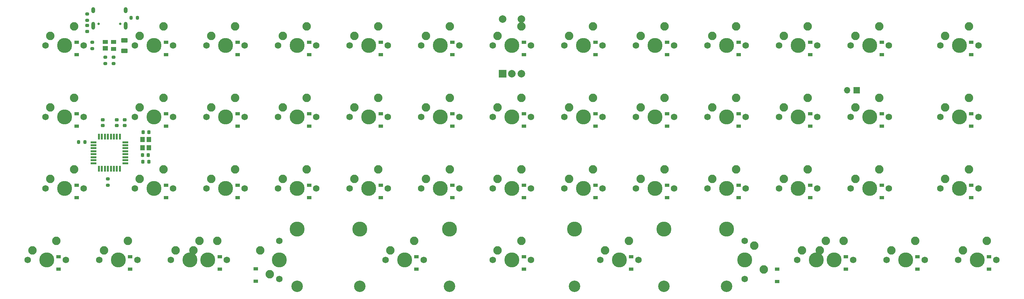
<source format=gbr>
%TF.GenerationSoftware,KiCad,Pcbnew,(5.99.0-11145-g173c9a974c)*%
%TF.CreationDate,2021-07-13T22:54:01-07:00*%
%TF.ProjectId,40r7h0,34307237-6830-42e6-9b69-6361645f7063,rev?*%
%TF.SameCoordinates,Original*%
%TF.FileFunction,Soldermask,Bot*%
%TF.FilePolarity,Negative*%
%FSLAX46Y46*%
G04 Gerber Fmt 4.6, Leading zero omitted, Abs format (unit mm)*
G04 Created by KiCad (PCBNEW (5.99.0-11145-g173c9a974c)) date 2021-07-13 22:54:01*
%MOMM*%
%LPD*%
G01*
G04 APERTURE LIST*
G04 Aperture macros list*
%AMRoundRect*
0 Rectangle with rounded corners*
0 $1 Rounding radius*
0 $2 $3 $4 $5 $6 $7 $8 $9 X,Y pos of 4 corners*
0 Add a 4 corners polygon primitive as box body*
4,1,4,$2,$3,$4,$5,$6,$7,$8,$9,$2,$3,0*
0 Add four circle primitives for the rounded corners*
1,1,$1+$1,$2,$3*
1,1,$1+$1,$4,$5*
1,1,$1+$1,$6,$7*
1,1,$1+$1,$8,$9*
0 Add four rect primitives between the rounded corners*
20,1,$1+$1,$2,$3,$4,$5,0*
20,1,$1+$1,$4,$5,$6,$7,0*
20,1,$1+$1,$6,$7,$8,$9,0*
20,1,$1+$1,$8,$9,$2,$3,0*%
G04 Aperture macros list end*
%ADD10C,1.750000*%
%ADD11C,3.987800*%
%ADD12C,2.250000*%
%ADD13C,3.048000*%
%ADD14R,2.000000X2.000000*%
%ADD15C,2.000000*%
%ADD16C,0.650000*%
%ADD17O,1.000000X1.600000*%
%ADD18O,1.000000X2.100000*%
%ADD19R,1.200000X0.900000*%
%ADD20R,1.700000X1.700000*%
%ADD21O,1.700000X1.700000*%
%ADD22RoundRect,0.225000X0.225000X0.250000X-0.225000X0.250000X-0.225000X-0.250000X0.225000X-0.250000X0*%
%ADD23RoundRect,0.200000X0.275000X-0.200000X0.275000X0.200000X-0.275000X0.200000X-0.275000X-0.200000X0*%
%ADD24RoundRect,0.225000X0.250000X-0.225000X0.250000X0.225000X-0.250000X0.225000X-0.250000X-0.225000X0*%
%ADD25RoundRect,0.200000X-0.275000X0.200000X-0.275000X-0.200000X0.275000X-0.200000X0.275000X0.200000X0*%
%ADD26R,1.600000X0.550000*%
%ADD27R,0.550000X1.600000*%
%ADD28RoundRect,0.200000X-0.200000X-0.275000X0.200000X-0.275000X0.200000X0.275000X-0.200000X0.275000X0*%
%ADD29R,1.200000X1.400000*%
%ADD30R,1.400000X1.200000*%
%ADD31R,1.400000X1.000000*%
%ADD32RoundRect,0.250000X0.625000X-0.375000X0.625000X0.375000X-0.625000X0.375000X-0.625000X-0.375000X0*%
%ADD33RoundRect,0.225000X-0.225000X-0.250000X0.225000X-0.250000X0.225000X0.250000X-0.225000X0.250000X0*%
G04 APERTURE END LIST*
D10*
%TO.C,MX26*%
X271127600Y-52384200D03*
X281287600Y-52384200D03*
D11*
X276207600Y-52384200D03*
D12*
X272397600Y-49844200D03*
X278747600Y-47304200D03*
%TD*%
D11*
%TO.C,MX45*%
X128579400Y-90481800D03*
D10*
X123499400Y-90481800D03*
X133659400Y-90481800D03*
D11*
X116673150Y-82226800D03*
D13*
X140485650Y-97466800D03*
D11*
X140485650Y-82226800D03*
D13*
X116673150Y-97466800D03*
D12*
X124769400Y-87941800D03*
X131119400Y-85401800D03*
%TD*%
D10*
%TO.C,MX44*%
X71115200Y-90481800D03*
X81275200Y-90481800D03*
D11*
X76195200Y-90481800D03*
D12*
X72385200Y-87941800D03*
X78735200Y-85401800D03*
%TD*%
D10*
%TO.C,MX16*%
X75877400Y-52384200D03*
D11*
X80957400Y-52384200D03*
D10*
X86037400Y-52384200D03*
D12*
X77147400Y-49844200D03*
X83497400Y-47304200D03*
%TD*%
D10*
%TO.C,MX48*%
X243190000Y-90481800D03*
D11*
X238110000Y-90481800D03*
D10*
X233030000Y-90481800D03*
D12*
X234300000Y-87941800D03*
X240650000Y-85401800D03*
%TD*%
D11*
%TO.C,MX50*%
X242872200Y-90481800D03*
D10*
X247952200Y-90481800D03*
X237792200Y-90481800D03*
D12*
X239062200Y-87941800D03*
X245412200Y-85401800D03*
%TD*%
D11*
%TO.C,MX35*%
X195250200Y-71433000D03*
D10*
X190170200Y-71433000D03*
X200330200Y-71433000D03*
D12*
X191440200Y-68893000D03*
X197790200Y-66353000D03*
%TD*%
D10*
%TO.C,MX20*%
X162232600Y-52384200D03*
X152072600Y-52384200D03*
D11*
X157152600Y-52384200D03*
D12*
X153342600Y-49844200D03*
X159692600Y-47304200D03*
%TD*%
D10*
%TO.C,MX7*%
X152072600Y-33335400D03*
D11*
X157152600Y-33335400D03*
D10*
X162232600Y-33335400D03*
D12*
X153342600Y-30795400D03*
X159692600Y-28255400D03*
%TD*%
D10*
%TO.C,MX8*%
X171121400Y-33335400D03*
D11*
X176201400Y-33335400D03*
D10*
X181281400Y-33335400D03*
D12*
X172391400Y-30795400D03*
X178741400Y-28255400D03*
%TD*%
D11*
%TO.C,MX2*%
X61908600Y-33335400D03*
D10*
X56828600Y-33335400D03*
X66988600Y-33335400D03*
D12*
X58098600Y-30795400D03*
X64448600Y-28255400D03*
%TD*%
D10*
%TO.C,MX15*%
X66988600Y-52384200D03*
D11*
X61908600Y-52384200D03*
D10*
X56828600Y-52384200D03*
D12*
X58098600Y-49844200D03*
X64448600Y-47304200D03*
%TD*%
D14*
%TO.C,SW2*%
X154652600Y-40835400D03*
D15*
X159652600Y-40835400D03*
X157152600Y-40835400D03*
X159652600Y-26335400D03*
X154652600Y-26335400D03*
%TD*%
D10*
%TO.C,MX19*%
X133023800Y-52384200D03*
X143183800Y-52384200D03*
D11*
X138103800Y-52384200D03*
D12*
X134293800Y-49844200D03*
X140643800Y-47304200D03*
%TD*%
D10*
%TO.C,MX24*%
X228267800Y-52384200D03*
X238427800Y-52384200D03*
D11*
X233347800Y-52384200D03*
D12*
X229537800Y-49844200D03*
X235887800Y-47304200D03*
%TD*%
D10*
%TO.C,MX14*%
X43177600Y-52384200D03*
X33017600Y-52384200D03*
D11*
X38097600Y-52384200D03*
D12*
X34287600Y-49844200D03*
X40637600Y-47304200D03*
%TD*%
D10*
%TO.C,MX12*%
X257476600Y-33335400D03*
X247316600Y-33335400D03*
D11*
X252396600Y-33335400D03*
D12*
X248586600Y-30795400D03*
X254936600Y-28255400D03*
%TD*%
D10*
%TO.C,MX29*%
X86037400Y-71433000D03*
X75877400Y-71433000D03*
D11*
X80957400Y-71433000D03*
D12*
X77147400Y-68893000D03*
X83497400Y-66353000D03*
%TD*%
D11*
%TO.C,MX28*%
X61908600Y-71433000D03*
D10*
X66988600Y-71433000D03*
X56828600Y-71433000D03*
D12*
X58098600Y-68893000D03*
X64448600Y-66353000D03*
%TD*%
D10*
%TO.C,MX13*%
X281287600Y-33335400D03*
D11*
X276207600Y-33335400D03*
D10*
X271127600Y-33335400D03*
D12*
X272397600Y-30795400D03*
X278747600Y-28255400D03*
%TD*%
D10*
%TO.C,MX22*%
X190170200Y-52384200D03*
X200330200Y-52384200D03*
D11*
X195250200Y-52384200D03*
D12*
X191440200Y-49844200D03*
X197790200Y-47304200D03*
%TD*%
D10*
%TO.C,MX38*%
X257476600Y-71433000D03*
D11*
X252396600Y-71433000D03*
D10*
X247316600Y-71433000D03*
D12*
X248586600Y-68893000D03*
X254936600Y-66353000D03*
%TD*%
D11*
%TO.C,MX5*%
X119055000Y-33335400D03*
D10*
X113975000Y-33335400D03*
X124135000Y-33335400D03*
D12*
X115245000Y-30795400D03*
X121595000Y-28255400D03*
%TD*%
D10*
%TO.C,MX9*%
X190170200Y-33335400D03*
X200330200Y-33335400D03*
D11*
X195250200Y-33335400D03*
D12*
X191440200Y-30795400D03*
X197790200Y-28255400D03*
%TD*%
D11*
%TO.C,MX18*%
X119055000Y-52384200D03*
D10*
X124135000Y-52384200D03*
X113975000Y-52384200D03*
D12*
X115245000Y-49844200D03*
X121595000Y-47304200D03*
%TD*%
D10*
%TO.C,MX34*%
X181281400Y-71433000D03*
D11*
X176201400Y-71433000D03*
D10*
X171121400Y-71433000D03*
D12*
X172391400Y-68893000D03*
X178741400Y-66353000D03*
%TD*%
D10*
%TO.C,MX10*%
X209219000Y-33335400D03*
D11*
X214299000Y-33335400D03*
D10*
X219379000Y-33335400D03*
D12*
X210489000Y-30795400D03*
X216839000Y-28255400D03*
%TD*%
D10*
%TO.C,MX27*%
X43177600Y-71433000D03*
D11*
X38097600Y-71433000D03*
D10*
X33017600Y-71433000D03*
D12*
X34287600Y-68893000D03*
X40637600Y-66353000D03*
%TD*%
D11*
%TO.C,MX52*%
X280969800Y-90481800D03*
D10*
X286049800Y-90481800D03*
X275889800Y-90481800D03*
D12*
X277159800Y-87941800D03*
X283509800Y-85401800D03*
%TD*%
D10*
%TO.C,MX39*%
X281287600Y-71433000D03*
X271127600Y-71433000D03*
D11*
X276207600Y-71433000D03*
D12*
X272397600Y-68893000D03*
X278747600Y-66353000D03*
%TD*%
D11*
%TO.C,MX32*%
X138103800Y-71433000D03*
D10*
X143183800Y-71433000D03*
X133023800Y-71433000D03*
D12*
X134293800Y-68893000D03*
X140643800Y-66353000D03*
%TD*%
D10*
%TO.C,MX42*%
X76513000Y-90481800D03*
D11*
X71433000Y-90481800D03*
D10*
X66353000Y-90481800D03*
D12*
X67623000Y-87941800D03*
X73973000Y-85401800D03*
%TD*%
D11*
%TO.C,MX30*%
X100006200Y-71433000D03*
D10*
X105086200Y-71433000D03*
X94926200Y-71433000D03*
D12*
X96196200Y-68893000D03*
X102546200Y-66353000D03*
%TD*%
D10*
%TO.C,MX3*%
X86037400Y-33335400D03*
D11*
X80957400Y-33335400D03*
D10*
X75877400Y-33335400D03*
D12*
X77147400Y-30795400D03*
X83497400Y-28255400D03*
%TD*%
D11*
%TO.C,MX21*%
X176201400Y-52384200D03*
D10*
X171121400Y-52384200D03*
X181281400Y-52384200D03*
D12*
X172391400Y-49844200D03*
X178741400Y-47304200D03*
%TD*%
D10*
%TO.C,MX11*%
X238427800Y-33335400D03*
D11*
X233347800Y-33335400D03*
D10*
X228267800Y-33335400D03*
D12*
X229537800Y-30795400D03*
X235887800Y-28255400D03*
%TD*%
D11*
%TO.C,MX1*%
X38097600Y-33335400D03*
D10*
X43177600Y-33335400D03*
X33017600Y-33335400D03*
D12*
X34287600Y-30795400D03*
X40637600Y-28255400D03*
%TD*%
D10*
%TO.C,MX17*%
X105086200Y-52384200D03*
D11*
X100006200Y-52384200D03*
D10*
X94926200Y-52384200D03*
D12*
X96196200Y-49844200D03*
X102546200Y-47304200D03*
%TD*%
D10*
%TO.C,MX37*%
X238427800Y-71433000D03*
D11*
X233347800Y-71433000D03*
D10*
X228267800Y-71433000D03*
D12*
X229537800Y-68893000D03*
X235887800Y-66353000D03*
%TD*%
D13*
%TO.C,MX46*%
X100002600Y-97466800D03*
X214302600Y-97466800D03*
D11*
X214302600Y-82226800D03*
D10*
X162232600Y-90481800D03*
D11*
X100002600Y-82226800D03*
D10*
X152072600Y-90481800D03*
D11*
X157152600Y-90481800D03*
D12*
X153342600Y-87941800D03*
X159692600Y-85401800D03*
%TD*%
D11*
%TO.C,MX49*%
X219061200Y-90481800D03*
D10*
X219061200Y-95561800D03*
X219061200Y-85401800D03*
D12*
X221601200Y-86671800D03*
X224141200Y-93021800D03*
%TD*%
D11*
%TO.C,MX43*%
X95244000Y-90481800D03*
D10*
X95244000Y-85401800D03*
X95244000Y-95561800D03*
D12*
X90164000Y-87941800D03*
X92704000Y-94291800D03*
%TD*%
D10*
%TO.C,MX47*%
X190805800Y-90481800D03*
D13*
X197632050Y-97466800D03*
D11*
X185725800Y-90481800D03*
X197632050Y-82226800D03*
X173819550Y-82226800D03*
D13*
X173819550Y-97466800D03*
D10*
X180645800Y-90481800D03*
D12*
X181915800Y-87941800D03*
X188265800Y-85401800D03*
%TD*%
D10*
%TO.C,MX25*%
X257476600Y-52384200D03*
D11*
X252396600Y-52384200D03*
D10*
X247316600Y-52384200D03*
D12*
X248586600Y-49844200D03*
X254936600Y-47304200D03*
%TD*%
D10*
%TO.C,MX41*%
X47304200Y-90481800D03*
D11*
X52384200Y-90481800D03*
D10*
X57464200Y-90481800D03*
D12*
X48574200Y-87941800D03*
X54924200Y-85401800D03*
%TD*%
D10*
%TO.C,MX31*%
X124135000Y-71433000D03*
X113975000Y-71433000D03*
D11*
X119055000Y-71433000D03*
D12*
X115245000Y-68893000D03*
X121595000Y-66353000D03*
%TD*%
D10*
%TO.C,MX6*%
X133023800Y-33335400D03*
D11*
X138103800Y-33335400D03*
D10*
X143183800Y-33335400D03*
D12*
X134293800Y-30795400D03*
X140643800Y-28255400D03*
%TD*%
D10*
%TO.C,MX23*%
X219379000Y-52384200D03*
X209219000Y-52384200D03*
D11*
X214299000Y-52384200D03*
D12*
X210489000Y-49844200D03*
X216839000Y-47304200D03*
%TD*%
D10*
%TO.C,MX51*%
X256841000Y-90481800D03*
X267001000Y-90481800D03*
D11*
X261921000Y-90481800D03*
D12*
X258111000Y-87941800D03*
X264461000Y-85401800D03*
%TD*%
D11*
%TO.C,MX36*%
X214299000Y-71433000D03*
D10*
X219379000Y-71433000D03*
X209219000Y-71433000D03*
D12*
X210489000Y-68893000D03*
X216839000Y-66353000D03*
%TD*%
D16*
%TO.C,USB1*%
X52893100Y-27563400D03*
X47113100Y-27563400D03*
D17*
X54323100Y-23913400D03*
D18*
X45683100Y-28093400D03*
X54323100Y-28093400D03*
D17*
X45683100Y-23913400D03*
%TD*%
D10*
%TO.C,MX4*%
X105086200Y-33335400D03*
D11*
X100006200Y-33335400D03*
D10*
X94926200Y-33335400D03*
D12*
X96196200Y-30795400D03*
X102546200Y-28255400D03*
%TD*%
D10*
%TO.C,MX40*%
X28255400Y-90481800D03*
X38415400Y-90481800D03*
D11*
X33335400Y-90481800D03*
D12*
X29525400Y-87941800D03*
X35875400Y-85401800D03*
%TD*%
D11*
%TO.C,MX33*%
X157152600Y-71433000D03*
D10*
X152072600Y-71433000D03*
X162232600Y-71433000D03*
D12*
X153342600Y-68893000D03*
X159692600Y-66353000D03*
%TD*%
D19*
%TO.C,D33*%
X160327400Y-73876700D03*
X160327400Y-70576700D03*
%TD*%
%TO.C,D40*%
X36510200Y-92925500D03*
X36510200Y-89625500D03*
%TD*%
%TO.C,D13*%
X279382400Y-35779100D03*
X279382400Y-32479100D03*
%TD*%
%TO.C,D17*%
X103181000Y-54827900D03*
X103181000Y-51527900D03*
%TD*%
%TO.C,D32*%
X141278600Y-73876700D03*
X141278600Y-70576700D03*
%TD*%
%TO.C,D52*%
X284144600Y-92925500D03*
X284144600Y-89625500D03*
%TD*%
D20*
%TO.C,SW1*%
X248909400Y-45240900D03*
D21*
X246369400Y-45240900D03*
%TD*%
D22*
%TO.C,C4*%
X60375000Y-62500000D03*
X58825000Y-62500000D03*
%TD*%
D19*
%TO.C,D14*%
X41272400Y-54827900D03*
X41272400Y-51527900D03*
%TD*%
D23*
%TO.C,R3*%
X51100000Y-38128900D03*
X51100000Y-36478900D03*
%TD*%
D19*
%TO.C,D28*%
X65083400Y-73876700D03*
X65083400Y-70576700D03*
%TD*%
D24*
%TO.C,C3*%
X48200000Y-54675000D03*
X48200000Y-53125000D03*
%TD*%
D19*
%TO.C,D30*%
X103181000Y-73876700D03*
X103181000Y-70576700D03*
%TD*%
D25*
%TO.C,R6*%
X45450000Y-32510400D03*
X45450000Y-34160400D03*
%TD*%
D19*
%TO.C,D42*%
X79370000Y-92925500D03*
X79370000Y-89625500D03*
%TD*%
%TO.C,D9*%
X198425000Y-35779100D03*
X198425000Y-32479100D03*
%TD*%
%TO.C,D37*%
X236522600Y-73876700D03*
X236522600Y-70576700D03*
%TD*%
D26*
%TO.C,U1*%
X54253100Y-59108600D03*
X54253100Y-59908600D03*
X54253100Y-60708600D03*
X54253100Y-61508600D03*
X54253100Y-62308600D03*
X54253100Y-63108600D03*
X54253100Y-63908600D03*
X54253100Y-64708600D03*
D27*
X52803100Y-66158600D03*
X52003100Y-66158600D03*
X51203100Y-66158600D03*
X50403100Y-66158600D03*
X49603100Y-66158600D03*
X48803100Y-66158600D03*
X48003100Y-66158600D03*
X47203100Y-66158600D03*
D26*
X45753100Y-64708600D03*
X45753100Y-63908600D03*
X45753100Y-63108600D03*
X45753100Y-62308600D03*
X45753100Y-61508600D03*
X45753100Y-60708600D03*
X45753100Y-59908600D03*
X45753100Y-59108600D03*
D27*
X47203100Y-57658600D03*
X48003100Y-57658600D03*
X48803100Y-57658600D03*
X49603100Y-57658600D03*
X50403100Y-57658600D03*
X51203100Y-57658600D03*
X52003100Y-57658600D03*
X52803100Y-57658600D03*
%TD*%
D19*
%TO.C,D10*%
X217473800Y-35779100D03*
X217473800Y-32479100D03*
%TD*%
%TO.C,D2*%
X65083400Y-35779100D03*
X65083400Y-32479100D03*
%TD*%
%TO.C,D46*%
X160327400Y-92925500D03*
X160327400Y-89625500D03*
%TD*%
%TO.C,D4*%
X103181000Y-35779100D03*
X103181000Y-32479100D03*
%TD*%
D28*
%TO.C,R5*%
X55775000Y-25950000D03*
X57425000Y-25950000D03*
%TD*%
D19*
%TO.C,D15*%
X65083400Y-54827900D03*
X65083400Y-51527900D03*
%TD*%
%TO.C,D31*%
X122229800Y-73876700D03*
X122229800Y-70576700D03*
%TD*%
D23*
%TO.C,R2*%
X48900000Y-38125000D03*
X48900000Y-36475000D03*
%TD*%
D24*
%TO.C,C7*%
X52000000Y-54675000D03*
X52000000Y-53125000D03*
%TD*%
D19*
%TO.C,D26*%
X279382400Y-54827900D03*
X279382400Y-51527900D03*
%TD*%
%TO.C,D38*%
X255571400Y-73876700D03*
X255571400Y-70576700D03*
%TD*%
D29*
%TO.C,Y1*%
X60550000Y-58400000D03*
X60550000Y-60600000D03*
X58850000Y-60600000D03*
X58850000Y-58400000D03*
%TD*%
D24*
%TO.C,C1*%
X44100000Y-29575000D03*
X44100000Y-28025000D03*
%TD*%
D19*
%TO.C,D49*%
X227700000Y-92950000D03*
X227700000Y-96250000D03*
%TD*%
%TO.C,D36*%
X217473800Y-73876700D03*
X217473800Y-70576700D03*
%TD*%
%TO.C,D11*%
X236522600Y-35779100D03*
X236522600Y-32479100D03*
%TD*%
%TO.C,D25*%
X255571400Y-54827900D03*
X255571400Y-51527900D03*
%TD*%
%TO.C,D21*%
X179376200Y-54827900D03*
X179376200Y-51527900D03*
%TD*%
D22*
%TO.C,C2*%
X60525000Y-56450000D03*
X58975000Y-56450000D03*
%TD*%
D19*
%TO.C,D8*%
X179376200Y-35779100D03*
X179376200Y-32479100D03*
%TD*%
%TO.C,D18*%
X122229800Y-54827900D03*
X122229800Y-51527900D03*
%TD*%
%TO.C,D3*%
X84132200Y-35779100D03*
X84132200Y-32479100D03*
%TD*%
%TO.C,D12*%
X255571400Y-35779100D03*
X255571400Y-32479100D03*
%TD*%
%TO.C,D7*%
X160327400Y-35779100D03*
X160327400Y-32479100D03*
%TD*%
%TO.C,D20*%
X160327400Y-54827900D03*
X160327400Y-51527900D03*
%TD*%
%TO.C,D6*%
X141278600Y-35779100D03*
X141278600Y-32479100D03*
%TD*%
%TO.C,D51*%
X265095800Y-92925500D03*
X265095800Y-89625500D03*
%TD*%
%TO.C,D50*%
X246047000Y-92925500D03*
X246047000Y-89625500D03*
%TD*%
%TO.C,D34*%
X179376200Y-73876700D03*
X179376200Y-70576700D03*
%TD*%
%TO.C,D45*%
X131754200Y-92925500D03*
X131754200Y-89625500D03*
%TD*%
D28*
%TO.C,R1*%
X41825000Y-59100000D03*
X43475000Y-59100000D03*
%TD*%
D30*
%TO.C,U2*%
X48903100Y-34105400D03*
D31*
X48903100Y-32385400D03*
X51103100Y-32385400D03*
X51103100Y-34285400D03*
%TD*%
D19*
%TO.C,D16*%
X84132200Y-54827900D03*
X84132200Y-51527900D03*
%TD*%
%TO.C,D22*%
X198425000Y-54827900D03*
X198425000Y-51527900D03*
%TD*%
%TO.C,D41*%
X55559000Y-92925500D03*
X55559000Y-89625500D03*
%TD*%
%TO.C,D35*%
X198425000Y-73876700D03*
X198425000Y-70576700D03*
%TD*%
%TO.C,D47*%
X188900600Y-92925500D03*
X188900600Y-89625500D03*
%TD*%
%TO.C,D29*%
X84132200Y-73876700D03*
X84132200Y-70576700D03*
%TD*%
%TO.C,D19*%
X141278600Y-54827900D03*
X141278600Y-51527900D03*
%TD*%
D32*
%TO.C,F1*%
X53971600Y-34735400D03*
X53971600Y-31935400D03*
%TD*%
D19*
%TO.C,D23*%
X217473800Y-54827900D03*
X217473800Y-51527900D03*
%TD*%
%TO.C,D5*%
X122229800Y-35779100D03*
X122229800Y-32479100D03*
%TD*%
%TO.C,D39*%
X279382400Y-73876700D03*
X279382400Y-70576700D03*
%TD*%
D23*
%TO.C,R7*%
X44100000Y-26625000D03*
X44100000Y-24975000D03*
%TD*%
D19*
%TO.C,D27*%
X41272400Y-73876700D03*
X41272400Y-70576700D03*
%TD*%
%TO.C,D24*%
X236522600Y-54827900D03*
X236522600Y-51527900D03*
%TD*%
%TO.C,D43*%
X89000000Y-92850000D03*
X89000000Y-96150000D03*
%TD*%
D33*
%TO.C,C6*%
X58925000Y-64350000D03*
X60475000Y-64350000D03*
%TD*%
D19*
%TO.C,D1*%
X41272400Y-35779100D03*
X41272400Y-32479100D03*
%TD*%
D23*
%TO.C,R4*%
X49600000Y-70575000D03*
X49600000Y-68925000D03*
%TD*%
D24*
%TO.C,C5*%
X54050000Y-54675000D03*
X54050000Y-53125000D03*
%TD*%
M02*

</source>
